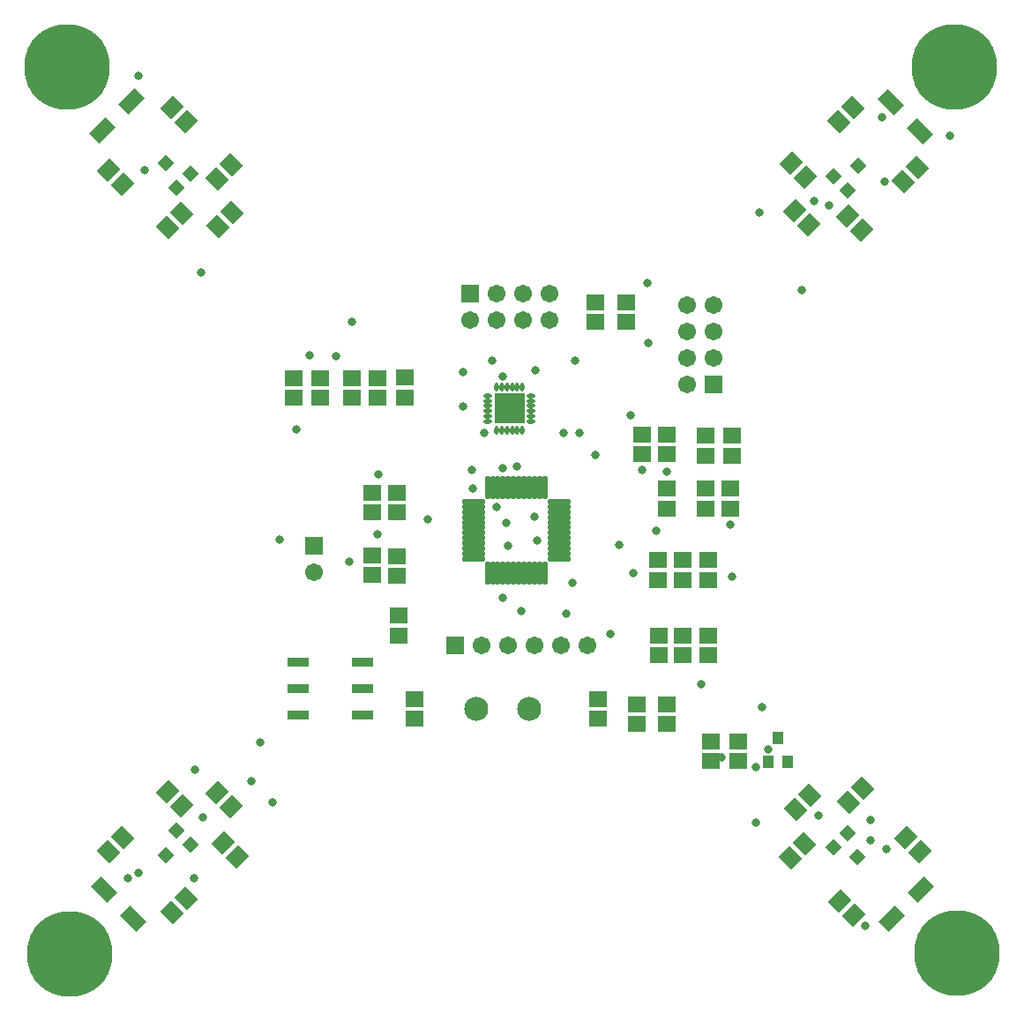
<source format=gts>
%FSLAX25Y25*%
%MOIN*%
G70*
G01*
G75*
G04 Layer_Color=8388736*
G04:AMPARAMS|DCode=10|XSize=78.74mil|YSize=47.24mil|CornerRadius=0mil|HoleSize=0mil|Usage=FLASHONLY|Rotation=45.000|XOffset=0mil|YOffset=0mil|HoleType=Round|Shape=Rectangle|*
%AMROTATEDRECTD10*
4,1,4,-0.01114,-0.04454,-0.04454,-0.01114,0.01114,0.04454,0.04454,0.01114,-0.01114,-0.04454,0.0*
%
%ADD10ROTATEDRECTD10*%

G04:AMPARAMS|DCode=11|XSize=78.74mil|YSize=47.24mil|CornerRadius=0mil|HoleSize=0mil|Usage=FLASHONLY|Rotation=315.000|XOffset=0mil|YOffset=0mil|HoleType=Round|Shape=Rectangle|*
%AMROTATEDRECTD11*
4,1,4,-0.04454,0.01114,-0.01114,0.04454,0.04454,-0.01114,0.01114,-0.04454,-0.04454,0.01114,0.0*
%
%ADD11ROTATEDRECTD11*%

%ADD12O,0.01181X0.08268*%
%ADD13O,0.08268X0.01181*%
G04:AMPARAMS|DCode=14|XSize=59.06mil|YSize=51.18mil|CornerRadius=0mil|HoleSize=0mil|Usage=FLASHONLY|Rotation=45.000|XOffset=0mil|YOffset=0mil|HoleType=Round|Shape=Rectangle|*
%AMROTATEDRECTD14*
4,1,4,-0.00278,-0.03897,-0.03897,-0.00278,0.00278,0.03897,0.03897,0.00278,-0.00278,-0.03897,0.0*
%
%ADD14ROTATEDRECTD14*%

G04:AMPARAMS|DCode=15|XSize=35.43mil|YSize=37.4mil|CornerRadius=0mil|HoleSize=0mil|Usage=FLASHONLY|Rotation=45.000|XOffset=0mil|YOffset=0mil|HoleType=Round|Shape=Rectangle|*
%AMROTATEDRECTD15*
4,1,4,0.00070,-0.02575,-0.02575,0.00070,-0.00070,0.02575,0.02575,-0.00070,0.00070,-0.02575,0.0*
%
%ADD15ROTATEDRECTD15*%

G04:AMPARAMS|DCode=16|XSize=35.43mil|YSize=37.4mil|CornerRadius=0mil|HoleSize=0mil|Usage=FLASHONLY|Rotation=45.000|XOffset=0mil|YOffset=0mil|HoleType=Round|Shape=Rectangle|*
%AMROTATEDRECTD16*
4,1,4,0.00070,-0.02575,-0.02575,0.00070,-0.00070,0.02575,0.02575,-0.00070,0.00070,-0.02575,0.0*
%
%ADD16ROTATEDRECTD16*%

G04:AMPARAMS|DCode=17|XSize=59.06mil|YSize=51.18mil|CornerRadius=0mil|HoleSize=0mil|Usage=FLASHONLY|Rotation=135.000|XOffset=0mil|YOffset=0mil|HoleType=Round|Shape=Rectangle|*
%AMROTATEDRECTD17*
4,1,4,0.03897,-0.00278,0.00278,-0.03897,-0.03897,0.00278,-0.00278,0.03897,0.03897,-0.00278,0.0*
%
%ADD17ROTATEDRECTD17*%

G04:AMPARAMS|DCode=18|XSize=35.43mil|YSize=37.4mil|CornerRadius=0mil|HoleSize=0mil|Usage=FLASHONLY|Rotation=135.000|XOffset=0mil|YOffset=0mil|HoleType=Round|Shape=Rectangle|*
%AMROTATEDRECTD18*
4,1,4,0.02575,0.00070,-0.00070,-0.02575,-0.02575,-0.00070,0.00070,0.02575,0.02575,0.00070,0.0*
%
%ADD18ROTATEDRECTD18*%

G04:AMPARAMS|DCode=19|XSize=35.43mil|YSize=37.4mil|CornerRadius=0mil|HoleSize=0mil|Usage=FLASHONLY|Rotation=135.000|XOffset=0mil|YOffset=0mil|HoleType=Round|Shape=Rectangle|*
%AMROTATEDRECTD19*
4,1,4,0.02575,0.00070,-0.00070,-0.02575,-0.02575,-0.00070,0.00070,0.02575,0.02575,0.00070,0.0*
%
%ADD19ROTATEDRECTD19*%

%ADD20R,0.07480X0.02756*%
%ADD21O,0.02362X0.00984*%
%ADD22O,0.00984X0.02362*%
%ADD23R,0.11024X0.10630*%
%ADD24R,0.05906X0.05118*%
%ADD25R,0.03543X0.03740*%
%ADD26R,0.03543X0.03740*%
%ADD27C,0.01063*%
%ADD28C,0.01378*%
%ADD29C,0.01181*%
%ADD30C,0.08268*%
%ADD31C,0.05906*%
%ADD32R,0.05906X0.05906*%
%ADD33R,0.05906X0.05906*%
%ADD34C,0.31496*%
%ADD35C,0.02362*%
%ADD36R,0.01575X0.03937*%
%ADD37R,0.01575X0.03937*%
%ADD38R,0.06000X0.06000*%
%ADD39R,0.03400X0.10000*%
%ADD40R,0.03400X0.05000*%
%ADD41R,0.05118X0.05906*%
%ADD42R,0.07874X0.05906*%
%ADD43C,0.08000*%
%ADD44C,0.01000*%
%ADD45C,0.00984*%
%ADD46C,0.02362*%
%ADD47C,0.00787*%
G04:AMPARAMS|DCode=48|XSize=86.74mil|YSize=55.24mil|CornerRadius=0mil|HoleSize=0mil|Usage=FLASHONLY|Rotation=45.000|XOffset=0mil|YOffset=0mil|HoleType=Round|Shape=Rectangle|*
%AMROTATEDRECTD48*
4,1,4,-0.01114,-0.05020,-0.05020,-0.01114,0.01114,0.05020,0.05020,0.01114,-0.01114,-0.05020,0.0*
%
%ADD48ROTATEDRECTD48*%

G04:AMPARAMS|DCode=49|XSize=86.74mil|YSize=55.24mil|CornerRadius=0mil|HoleSize=0mil|Usage=FLASHONLY|Rotation=315.000|XOffset=0mil|YOffset=0mil|HoleType=Round|Shape=Rectangle|*
%AMROTATEDRECTD49*
4,1,4,-0.05020,0.01114,-0.01114,0.05020,0.05020,-0.01114,0.01114,-0.05020,-0.05020,0.01114,0.0*
%
%ADD49ROTATEDRECTD49*%

%ADD50O,0.01981X0.09068*%
%ADD51O,0.09068X0.01981*%
G04:AMPARAMS|DCode=52|XSize=67.06mil|YSize=59.18mil|CornerRadius=0mil|HoleSize=0mil|Usage=FLASHONLY|Rotation=45.000|XOffset=0mil|YOffset=0mil|HoleType=Round|Shape=Rectangle|*
%AMROTATEDRECTD52*
4,1,4,-0.00278,-0.04463,-0.04463,-0.00278,0.00278,0.04463,0.04463,0.00278,-0.00278,-0.04463,0.0*
%
%ADD52ROTATEDRECTD52*%

G04:AMPARAMS|DCode=53|XSize=43.43mil|YSize=45.4mil|CornerRadius=0mil|HoleSize=0mil|Usage=FLASHONLY|Rotation=45.000|XOffset=0mil|YOffset=0mil|HoleType=Round|Shape=Rectangle|*
%AMROTATEDRECTD53*
4,1,4,0.00070,-0.03141,-0.03141,0.00070,-0.00070,0.03141,0.03141,-0.00070,0.00070,-0.03141,0.0*
%
%ADD53ROTATEDRECTD53*%

G04:AMPARAMS|DCode=54|XSize=43.43mil|YSize=45.4mil|CornerRadius=0mil|HoleSize=0mil|Usage=FLASHONLY|Rotation=45.000|XOffset=0mil|YOffset=0mil|HoleType=Round|Shape=Rectangle|*
%AMROTATEDRECTD54*
4,1,4,0.00070,-0.03141,-0.03141,0.00070,-0.00070,0.03141,0.03141,-0.00070,0.00070,-0.03141,0.0*
%
%ADD54ROTATEDRECTD54*%

G04:AMPARAMS|DCode=55|XSize=67.06mil|YSize=59.18mil|CornerRadius=0mil|HoleSize=0mil|Usage=FLASHONLY|Rotation=135.000|XOffset=0mil|YOffset=0mil|HoleType=Round|Shape=Rectangle|*
%AMROTATEDRECTD55*
4,1,4,0.04463,-0.00278,0.00278,-0.04463,-0.04463,0.00278,-0.00278,0.04463,0.04463,-0.00278,0.0*
%
%ADD55ROTATEDRECTD55*%

G04:AMPARAMS|DCode=56|XSize=43.43mil|YSize=45.4mil|CornerRadius=0mil|HoleSize=0mil|Usage=FLASHONLY|Rotation=135.000|XOffset=0mil|YOffset=0mil|HoleType=Round|Shape=Rectangle|*
%AMROTATEDRECTD56*
4,1,4,0.03141,0.00070,-0.00070,-0.03141,-0.03141,-0.00070,0.00070,0.03141,0.03141,0.00070,0.0*
%
%ADD56ROTATEDRECTD56*%

G04:AMPARAMS|DCode=57|XSize=43.43mil|YSize=45.4mil|CornerRadius=0mil|HoleSize=0mil|Usage=FLASHONLY|Rotation=135.000|XOffset=0mil|YOffset=0mil|HoleType=Round|Shape=Rectangle|*
%AMROTATEDRECTD57*
4,1,4,0.03141,0.00070,-0.00070,-0.03141,-0.03141,-0.00070,0.00070,0.03141,0.03141,0.00070,0.0*
%
%ADD57ROTATEDRECTD57*%

%ADD58R,0.08280X0.03556*%
%ADD59O,0.03162X0.01784*%
%ADD60O,0.01784X0.03162*%
%ADD61R,0.11824X0.11430*%
%ADD62R,0.06706X0.05918*%
%ADD63R,0.04343X0.04540*%
%ADD64R,0.04343X0.04540*%
%ADD65C,0.09068*%
%ADD66C,0.06706*%
%ADD67R,0.06706X0.06706*%
%ADD68R,0.06706X0.06706*%
%ADD69C,0.32296*%
%ADD70C,0.03162*%
D48*
X222753Y950640D02*
D03*
X233713Y961601D02*
D03*
X532065Y663542D02*
D03*
X521105Y652581D02*
D03*
D49*
X520640Y961247D02*
D03*
X531601Y950287D02*
D03*
X234360Y652753D02*
D03*
X223399Y663713D02*
D03*
D50*
X368173Y783358D02*
D03*
X370142D02*
D03*
X372110Y783358D02*
D03*
X374079D02*
D03*
X376047D02*
D03*
X378016D02*
D03*
X379984D02*
D03*
X381953D02*
D03*
X383921D02*
D03*
X385890D02*
D03*
X387858Y783358D02*
D03*
X389827D02*
D03*
Y815642D02*
D03*
X387858D02*
D03*
X385890Y815642D02*
D03*
X383921D02*
D03*
X381953D02*
D03*
X379984D02*
D03*
X378016D02*
D03*
X376047D02*
D03*
X374079D02*
D03*
X372110D02*
D03*
X370142Y815642D02*
D03*
X368173D02*
D03*
D51*
X395142Y788673D02*
D03*
Y790642D02*
D03*
X395142Y792610D02*
D03*
Y794579D02*
D03*
Y796547D02*
D03*
Y798516D02*
D03*
Y800484D02*
D03*
Y802453D02*
D03*
Y804421D02*
D03*
Y806390D02*
D03*
X395142Y808358D02*
D03*
Y810327D02*
D03*
X362858D02*
D03*
Y808358D02*
D03*
X362858Y806390D02*
D03*
Y804421D02*
D03*
Y802453D02*
D03*
Y800484D02*
D03*
Y798516D02*
D03*
Y796547D02*
D03*
Y794579D02*
D03*
Y792610D02*
D03*
X362858Y790642D02*
D03*
Y788673D02*
D03*
D52*
X230145Y930355D02*
D03*
X224855Y935645D02*
D03*
X248855Y959145D02*
D03*
X254145Y953855D02*
D03*
X252645Y695355D02*
D03*
X247355Y700645D02*
D03*
X268355Y681145D02*
D03*
X273645Y675855D02*
D03*
X265855Y700145D02*
D03*
X271145Y694855D02*
D03*
X489645Y914855D02*
D03*
X484355Y920145D02*
D03*
X488145Y932855D02*
D03*
X482855Y938145D02*
D03*
X504355Y918145D02*
D03*
X509645Y912855D02*
D03*
X506463Y654037D02*
D03*
X501173Y659327D02*
D03*
X526173Y683327D02*
D03*
X531463Y678037D02*
D03*
D53*
X250626Y929084D02*
D03*
X246729Y938271D02*
D03*
X504192Y685098D02*
D03*
X508089Y675911D02*
D03*
D54*
X255916Y934374D02*
D03*
X498902Y679808D02*
D03*
D55*
X252645Y919145D02*
D03*
X247355Y913855D02*
D03*
X265855Y932355D02*
D03*
X271145Y937645D02*
D03*
X230145Y683145D02*
D03*
X224855Y677855D02*
D03*
X254145Y660145D02*
D03*
X248855Y654855D02*
D03*
X271645Y919645D02*
D03*
X266355Y914355D02*
D03*
X530645Y936645D02*
D03*
X525355Y931355D02*
D03*
X500855Y953855D02*
D03*
X506145Y959145D02*
D03*
X487963Y680827D02*
D03*
X482673Y675537D02*
D03*
X504673Y696537D02*
D03*
X509963Y701827D02*
D03*
X484673Y694037D02*
D03*
X489963Y699327D02*
D03*
D56*
X255916Y680626D02*
D03*
X246729Y676729D02*
D03*
X499084Y933374D02*
D03*
X508271Y937271D02*
D03*
D57*
X250626Y685916D02*
D03*
X504374Y928084D02*
D03*
D58*
X296500Y749500D02*
D03*
Y739500D02*
D03*
Y729500D02*
D03*
X321000Y749500D02*
D03*
Y739500D02*
D03*
Y729500D02*
D03*
D59*
X368429Y850421D02*
D03*
Y848453D02*
D03*
Y846484D02*
D03*
Y844516D02*
D03*
Y842547D02*
D03*
Y840579D02*
D03*
X384571D02*
D03*
Y842547D02*
D03*
Y844516D02*
D03*
Y846484D02*
D03*
Y848453D02*
D03*
Y850421D02*
D03*
D60*
X371579Y837429D02*
D03*
X373547D02*
D03*
X375516D02*
D03*
X377484D02*
D03*
X379453D02*
D03*
X381421D02*
D03*
Y853571D02*
D03*
X379453D02*
D03*
X377484D02*
D03*
X375516D02*
D03*
X373547D02*
D03*
X371579D02*
D03*
D61*
X376500Y845500D02*
D03*
D62*
X295000Y857000D02*
D03*
Y849520D02*
D03*
X305000Y857000D02*
D03*
Y849520D02*
D03*
X326500Y857000D02*
D03*
Y849520D02*
D03*
X317000D02*
D03*
Y857000D02*
D03*
X340500Y735740D02*
D03*
Y728260D02*
D03*
X410000D02*
D03*
Y735740D02*
D03*
X334000Y789740D02*
D03*
Y782260D02*
D03*
X324500Y789980D02*
D03*
Y782500D02*
D03*
X450500Y807760D02*
D03*
Y815240D02*
D03*
X460000Y807760D02*
D03*
Y815240D02*
D03*
X426500Y828260D02*
D03*
Y835740D02*
D03*
X436000Y828260D02*
D03*
Y835740D02*
D03*
X324500Y813740D02*
D03*
Y806260D02*
D03*
X334000Y813740D02*
D03*
Y806260D02*
D03*
X452500Y719740D02*
D03*
Y712260D02*
D03*
X463000Y719740D02*
D03*
Y712260D02*
D03*
X450500Y827760D02*
D03*
Y835240D02*
D03*
X436000Y807760D02*
D03*
Y815240D02*
D03*
X334500Y759760D02*
D03*
Y767240D02*
D03*
X337000Y849760D02*
D03*
Y857240D02*
D03*
X420500Y878260D02*
D03*
Y885740D02*
D03*
X409000D02*
D03*
Y878260D02*
D03*
X424500Y726260D02*
D03*
Y733740D02*
D03*
X436000Y726260D02*
D03*
Y733740D02*
D03*
X433000Y759740D02*
D03*
Y752260D02*
D03*
X442000D02*
D03*
Y759740D02*
D03*
X451500Y752260D02*
D03*
Y759740D02*
D03*
X432500Y788240D02*
D03*
Y780760D02*
D03*
X442000Y788240D02*
D03*
Y780760D02*
D03*
X451500Y788240D02*
D03*
Y780760D02*
D03*
X460500Y827760D02*
D03*
Y835240D02*
D03*
D63*
X474260Y711874D02*
D03*
X478000Y721126D02*
D03*
D64*
X481740Y711874D02*
D03*
D65*
X364000Y732000D02*
D03*
X384000D02*
D03*
D66*
X443500Y884500D02*
D03*
Y874500D02*
D03*
Y864500D02*
D03*
Y854500D02*
D03*
X453500Y884500D02*
D03*
Y874500D02*
D03*
Y864500D02*
D03*
X366000Y756000D02*
D03*
X376000D02*
D03*
X386000D02*
D03*
X396000D02*
D03*
X406000D02*
D03*
X361500Y879000D02*
D03*
X371500D02*
D03*
Y889000D02*
D03*
X381500Y879000D02*
D03*
Y889000D02*
D03*
X391500Y879000D02*
D03*
Y889000D02*
D03*
X302500Y783500D02*
D03*
D67*
X453500Y854500D02*
D03*
X302500Y793500D02*
D03*
D68*
X356000Y756000D02*
D03*
X361500Y889000D02*
D03*
D69*
X209318Y974682D02*
D03*
X544682D02*
D03*
X210318Y639318D02*
D03*
X545500Y639500D02*
D03*
D70*
X409000Y828000D02*
D03*
X381000Y769000D02*
D03*
X370000Y863600D02*
D03*
X373900Y857800D02*
D03*
X469500Y689000D02*
D03*
X456500Y713500D02*
D03*
X469500Y710000D02*
D03*
X428500Y893000D02*
D03*
X449000Y741200D02*
D03*
X518918Y678882D02*
D03*
X518353Y931355D02*
D03*
X286900Y696800D02*
D03*
X236300Y670100D02*
D03*
X371500Y808200D02*
D03*
X379453Y823747D02*
D03*
X296000Y837500D02*
D03*
X289704Y796004D02*
D03*
X282300Y719300D02*
D03*
X259887Y897134D02*
D03*
X491645Y924101D02*
D03*
X470900Y919500D02*
D03*
X510918Y649946D02*
D03*
X497400Y922384D02*
D03*
X517300Y955800D02*
D03*
X375900Y793700D02*
D03*
X460000Y801700D02*
D03*
X374000Y774066D02*
D03*
X400400Y779500D02*
D03*
X472100Y732700D02*
D03*
X460700Y782000D02*
D03*
X423300Y783300D02*
D03*
X487000Y890200D02*
D03*
X422200Y842900D02*
D03*
X345600Y803600D02*
D03*
X426500Y822400D02*
D03*
X375300Y802400D02*
D03*
X358800Y846200D02*
D03*
X436000Y821500D02*
D03*
X418000Y793900D02*
D03*
X414500Y760300D02*
D03*
X397100Y836200D02*
D03*
X362300Y822200D02*
D03*
X374000Y823100D02*
D03*
X403000Y836300D02*
D03*
X401300Y863800D02*
D03*
X428850Y870200D02*
D03*
X513018Y690082D02*
D03*
X513118Y682282D02*
D03*
X493418Y691482D02*
D03*
X300900Y865700D02*
D03*
X311000Y865200D02*
D03*
X431900Y799400D02*
D03*
X362700Y815400D02*
D03*
X238500Y935645D02*
D03*
X315800Y787800D02*
D03*
X358900Y859200D02*
D03*
X385900Y804700D02*
D03*
X386800Y795519D02*
D03*
X326500Y798100D02*
D03*
X397900Y768000D02*
D03*
X257500Y709000D02*
D03*
X279000Y704500D02*
D03*
X542800Y948664D02*
D03*
X257200Y668100D02*
D03*
X260500Y691100D02*
D03*
X236300Y971422D02*
D03*
X327000Y820700D02*
D03*
X317000Y878300D02*
D03*
X366800Y836200D02*
D03*
X386300Y859900D02*
D03*
X232145Y668000D02*
D03*
X474260Y716600D02*
D03*
M02*

</source>
